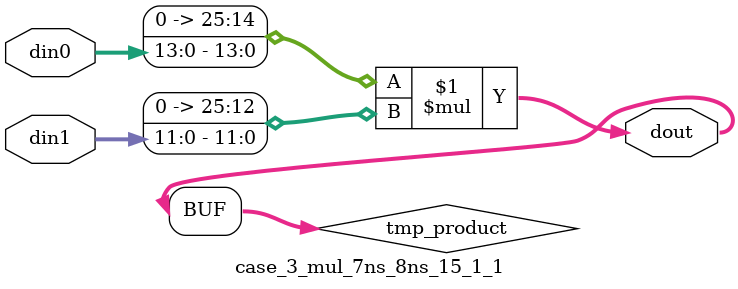
<source format=v>

`timescale 1 ns / 1 ps

 (* use_dsp = "no" *)  module case_3_mul_7ns_8ns_15_1_1(din0, din1, dout);
parameter ID = 1;
parameter NUM_STAGE = 0;
parameter din0_WIDTH = 14;
parameter din1_WIDTH = 12;
parameter dout_WIDTH = 26;

input [din0_WIDTH - 1 : 0] din0; 
input [din1_WIDTH - 1 : 0] din1; 
output [dout_WIDTH - 1 : 0] dout;

wire signed [dout_WIDTH - 1 : 0] tmp_product;
























assign tmp_product = $signed({1'b0, din0}) * $signed({1'b0, din1});











assign dout = tmp_product;





















endmodule

</source>
